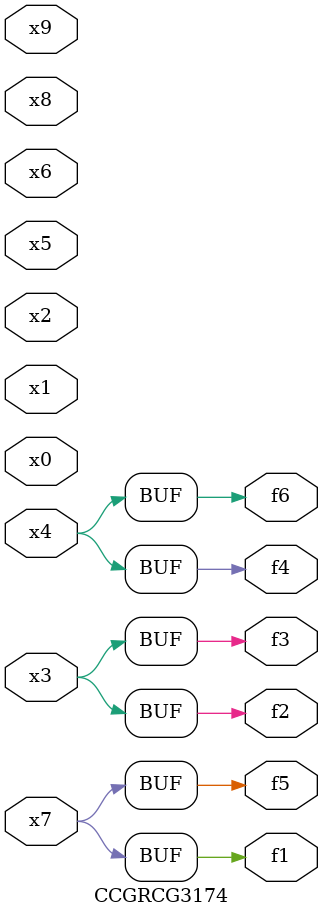
<source format=v>
module CCGRCG3174(
	input x0, x1, x2, x3, x4, x5, x6, x7, x8, x9,
	output f1, f2, f3, f4, f5, f6
);
	assign f1 = x7;
	assign f2 = x3;
	assign f3 = x3;
	assign f4 = x4;
	assign f5 = x7;
	assign f6 = x4;
endmodule

</source>
